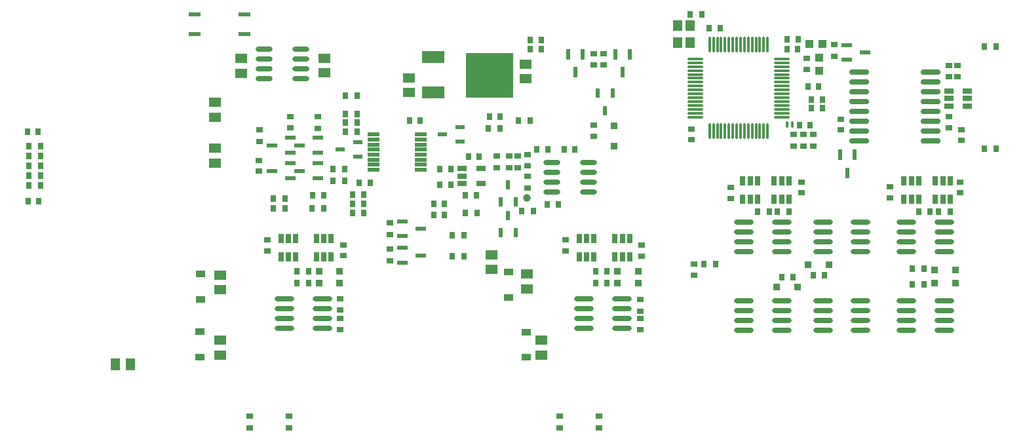
<source format=gtp>
G04*
G04 #@! TF.GenerationSoftware,Altium Limited,Altium Designer,21.6.1 (37)*
G04*
G04 Layer_Color=8421504*
%FSLAX25Y25*%
%MOIN*%
G70*
G04*
G04 #@! TF.SameCoordinates,E8E7377F-12F3-41F2-B4DA-774CBFF52AF4*
G04*
G04*
G04 #@! TF.FilePolarity,Positive*
G04*
G01*
G75*
%ADD26R,0.05709X0.02362*%
%ADD27R,0.03543X0.02756*%
%ADD28R,0.03543X0.03150*%
%ADD29R,0.03150X0.03543*%
%ADD30O,0.08268X0.01181*%
%ADD31R,0.02756X0.03543*%
G04:AMPARAMS|DCode=32|XSize=17.72mil|YSize=62.99mil|CornerRadius=1.95mil|HoleSize=0mil|Usage=FLASHONLY|Rotation=90.000|XOffset=0mil|YOffset=0mil|HoleType=Round|Shape=RoundedRectangle|*
%AMROUNDEDRECTD32*
21,1,0.01772,0.05909,0,0,90.0*
21,1,0.01382,0.06299,0,0,90.0*
1,1,0.00390,0.02955,0.00691*
1,1,0.00390,0.02955,-0.00691*
1,1,0.00390,-0.02955,-0.00691*
1,1,0.00390,-0.02955,0.00691*
%
%ADD32ROUNDEDRECTD32*%
%ADD33R,0.02362X0.04528*%
%ADD34R,0.03543X0.03543*%
%ADD35O,0.01181X0.03937*%
%ADD36R,0.05906X0.05118*%
%ADD37R,0.03937X0.04331*%
%ADD38R,0.04331X0.03937*%
%ADD39O,0.01181X0.08268*%
%ADD40R,0.04724X0.05512*%
%ADD41R,0.02756X0.05118*%
%ADD42O,0.10236X0.02756*%
%ADD43R,0.05118X0.02756*%
%ADD44O,0.08661X0.02362*%
%ADD45R,0.05118X0.05906*%
%ADD46R,0.04800X0.03600*%
%ADD47C,0.03937*%
%ADD48R,0.04528X0.02362*%
%ADD49R,0.02362X0.05709*%
%ADD50R,0.03543X0.03543*%
%ADD51R,0.24410X0.22835*%
%ADD52R,0.11811X0.06299*%
%ADD53O,0.09843X0.02756*%
%ADD54R,0.05906X0.02362*%
D26*
X188672Y172246D02*
D03*
X202672Y172246D02*
D03*
X188672Y159246D02*
D03*
X202672Y159246D02*
D03*
X480926Y215800D02*
D03*
X471674Y212060D02*
D03*
X471674Y219540D02*
D03*
X255025Y112500D02*
D03*
X245773Y108760D02*
D03*
X245773Y116240D02*
D03*
X255025Y126100D02*
D03*
X245773Y122360D02*
D03*
X245773Y129840D02*
D03*
X193420Y155506D02*
D03*
X202672Y151765D02*
D03*
X179420Y155506D02*
D03*
X188672Y151765D02*
D03*
X193420Y168506D02*
D03*
X202672Y164765D02*
D03*
X179420Y168506D02*
D03*
X188672Y164765D02*
D03*
D27*
X172900Y170347D02*
D03*
X202500Y182953D02*
D03*
X188500Y183153D02*
D03*
X343093Y215167D02*
D03*
X343093Y209261D02*
D03*
X348093Y215167D02*
D03*
X348093Y209261D02*
D03*
X304400Y163051D02*
D03*
X304400Y157146D02*
D03*
X366546Y84053D02*
D03*
X366546Y89958D02*
D03*
X465300Y219553D02*
D03*
X465300Y213647D02*
D03*
X214046Y84553D02*
D03*
X214046Y90458D02*
D03*
X188093Y30667D02*
D03*
X188093Y24761D02*
D03*
X345593Y30667D02*
D03*
X345593Y24761D02*
D03*
X325593Y24761D02*
D03*
X325593Y30667D02*
D03*
X168093Y30667D02*
D03*
X168093Y24761D02*
D03*
X449495Y174053D02*
D03*
X449495Y168147D02*
D03*
X454600Y174034D02*
D03*
X454600Y168128D02*
D03*
X444500Y174053D02*
D03*
X444500Y168147D02*
D03*
X309293Y152667D02*
D03*
X309293Y146761D02*
D03*
X523593Y209167D02*
D03*
X523593Y203261D02*
D03*
X528093Y209167D02*
D03*
X528093Y203261D02*
D03*
X188500Y177247D02*
D03*
X394000Y108134D02*
D03*
X394000Y102228D02*
D03*
X239400Y109747D02*
D03*
X239400Y115653D02*
D03*
X239300Y123047D02*
D03*
X239300Y128953D02*
D03*
X214046Y74553D02*
D03*
X214046Y80458D02*
D03*
X366546Y74553D02*
D03*
X366546Y80458D02*
D03*
X202500Y177047D02*
D03*
X299900Y157146D02*
D03*
X299900Y163051D02*
D03*
X293700Y163051D02*
D03*
X293700Y157146D02*
D03*
X172900Y176253D02*
D03*
D28*
X172700Y160856D02*
D03*
X342900Y173044D02*
D03*
X342900Y178556D02*
D03*
X392800Y176737D02*
D03*
X392800Y171225D02*
D03*
X468546Y181761D02*
D03*
X468546Y176250D02*
D03*
X523593Y182970D02*
D03*
X523593Y177458D02*
D03*
X530093Y170958D02*
D03*
X530093Y176470D02*
D03*
X529400Y144344D02*
D03*
X529400Y149856D02*
D03*
X493700Y147356D02*
D03*
X493700Y141844D02*
D03*
X448600Y144244D02*
D03*
X448600Y149756D02*
D03*
X412600Y146956D02*
D03*
X412600Y141444D02*
D03*
X451400Y207044D02*
D03*
X451400Y212556D02*
D03*
X172700Y155344D02*
D03*
X309200Y163556D02*
D03*
X309200Y158044D02*
D03*
X328740Y114844D02*
D03*
X328740Y120356D02*
D03*
X176969Y114844D02*
D03*
X176969Y120356D02*
D03*
X367323Y117702D02*
D03*
X367323Y112190D02*
D03*
X215551Y117797D02*
D03*
X215551Y112285D02*
D03*
D29*
X451839Y198214D02*
D03*
X441344Y222400D02*
D03*
X446856Y222400D02*
D03*
X457350Y198214D02*
D03*
X407256Y228181D02*
D03*
X401744Y228181D02*
D03*
X441244Y217300D02*
D03*
X446756Y217300D02*
D03*
X447544Y178700D02*
D03*
X453056Y178700D02*
D03*
X289944Y183000D02*
D03*
X295456Y183000D02*
D03*
X54943Y175505D02*
D03*
X60455Y175505D02*
D03*
X55290Y140006D02*
D03*
X60802Y140006D02*
D03*
X229302Y149505D02*
D03*
X223790Y149505D02*
D03*
X249244Y181000D02*
D03*
X254756Y181000D02*
D03*
X261544Y138700D02*
D03*
X267056Y138700D02*
D03*
X324879Y138214D02*
D03*
X319367Y138214D02*
D03*
X327944Y166500D02*
D03*
X333456Y166500D02*
D03*
X279144Y162800D02*
D03*
X284656Y162800D02*
D03*
X283156Y143100D02*
D03*
X277644Y143100D02*
D03*
X261544Y132900D02*
D03*
X267056Y132900D02*
D03*
D30*
X438689Y194681D02*
D03*
X438689Y196650D02*
D03*
X438689Y204524D02*
D03*
X438689Y202555D02*
D03*
X438689Y198618D02*
D03*
X394595Y182870D02*
D03*
X394595Y184839D02*
D03*
X394595Y186807D02*
D03*
X394595Y188776D02*
D03*
X394595Y190744D02*
D03*
X394595Y192713D02*
D03*
X394595Y194681D02*
D03*
X394595Y196650D02*
D03*
X394595Y198618D02*
D03*
X394595Y200587D02*
D03*
X394595Y202555D02*
D03*
X394595Y204524D02*
D03*
X394595Y206492D02*
D03*
X394595Y208461D02*
D03*
X394595Y210429D02*
D03*
X394595Y212398D02*
D03*
X438689Y212398D02*
D03*
X438689Y210429D02*
D03*
X438689Y208461D02*
D03*
X438689Y206492D02*
D03*
X438689Y200587D02*
D03*
X438689Y192713D02*
D03*
X438689Y190744D02*
D03*
X438689Y188776D02*
D03*
X438689Y186807D02*
D03*
X438689Y184839D02*
D03*
X438689Y182870D02*
D03*
D31*
X216595Y180006D02*
D03*
X216595Y184505D02*
D03*
X222500Y180006D02*
D03*
X222500Y184505D02*
D03*
X216253Y150400D02*
D03*
X220146Y143300D02*
D03*
X310653Y181200D02*
D03*
X319753Y166500D02*
D03*
X304747Y181200D02*
D03*
X283553Y134100D02*
D03*
X277647Y134100D02*
D03*
X264547Y148400D02*
D03*
X270453Y148400D02*
D03*
X313847Y166500D02*
D03*
X397953Y235181D02*
D03*
X392047Y235181D02*
D03*
X399047Y108000D02*
D03*
X404953Y108000D02*
D03*
X61498Y163005D02*
D03*
X55593Y163005D02*
D03*
X61498Y153006D02*
D03*
X55593Y153006D02*
D03*
X198031Y104529D02*
D03*
X192126Y104529D02*
D03*
X310493Y222006D02*
D03*
X316398Y222006D02*
D03*
X310493Y217506D02*
D03*
X316398Y217506D02*
D03*
X453540Y187214D02*
D03*
X459446Y187214D02*
D03*
X453540Y191714D02*
D03*
X459446Y191714D02*
D03*
X541790Y218714D02*
D03*
X547695Y218714D02*
D03*
X547695Y166714D02*
D03*
X541790Y166714D02*
D03*
X61498Y158005D02*
D03*
X55593Y158005D02*
D03*
X205753Y143200D02*
D03*
X199847Y143200D02*
D03*
X55593Y168006D02*
D03*
X61498Y168006D02*
D03*
X55593Y148005D02*
D03*
X61498Y148005D02*
D03*
X276969Y111900D02*
D03*
X271063Y111900D02*
D03*
X276969Y122800D02*
D03*
X271063Y122800D02*
D03*
X264547Y156500D02*
D03*
X270453Y156500D02*
D03*
X198031Y98506D02*
D03*
X192126Y98506D02*
D03*
X226051Y143300D02*
D03*
X210347Y150400D02*
D03*
X306323Y135181D02*
D03*
X312228Y135181D02*
D03*
X210393Y156506D02*
D03*
X216298Y156506D02*
D03*
X220146Y138800D02*
D03*
X226051Y138800D02*
D03*
X185998Y141506D02*
D03*
X180093Y141506D02*
D03*
X226051Y134005D02*
D03*
X220146Y134005D02*
D03*
X185998Y136505D02*
D03*
X180093Y136505D02*
D03*
X199593Y136505D02*
D03*
X205498Y136505D02*
D03*
X222500Y175500D02*
D03*
X216595Y175500D02*
D03*
X216595Y193700D02*
D03*
X222500Y193700D02*
D03*
X349803Y98506D02*
D03*
X343898Y98506D02*
D03*
X349803Y104529D02*
D03*
X343898Y104529D02*
D03*
X454547Y102500D02*
D03*
X460453Y102500D02*
D03*
X505047Y105618D02*
D03*
X510953Y105618D02*
D03*
X436347Y134700D02*
D03*
X442253Y134700D02*
D03*
X518347Y134700D02*
D03*
X524253Y134700D02*
D03*
X505047Y97744D02*
D03*
X510953Y97744D02*
D03*
X444453Y101500D02*
D03*
X438547Y101500D02*
D03*
X432153Y134700D02*
D03*
X426247Y134700D02*
D03*
X514053Y134700D02*
D03*
X508147Y134700D02*
D03*
X289347Y177000D02*
D03*
X295253Y177000D02*
D03*
D32*
X231038Y173962D02*
D03*
X255053Y163726D02*
D03*
X231038Y171403D02*
D03*
X255053Y171403D02*
D03*
X255053Y156049D02*
D03*
X255053Y158608D02*
D03*
X255053Y161167D02*
D03*
X255053Y166285D02*
D03*
X255053Y168844D02*
D03*
X255053Y173962D02*
D03*
X231038Y156049D02*
D03*
X231038Y158608D02*
D03*
X231038Y161167D02*
D03*
X231038Y163726D02*
D03*
X231038Y166285D02*
D03*
X231038Y168844D02*
D03*
D33*
X348800Y186071D02*
D03*
X345060Y194929D02*
D03*
X352540Y194929D02*
D03*
X299400Y148429D02*
D03*
X303140Y139571D02*
D03*
X295660Y139571D02*
D03*
X299400Y132829D02*
D03*
X303140Y123971D02*
D03*
X295660Y123971D02*
D03*
D34*
X353215Y178525D02*
D03*
X353215Y167895D02*
D03*
D35*
X441400Y179098D02*
D03*
X444100Y179098D02*
D03*
D36*
X163700Y205160D02*
D03*
X163700Y212640D02*
D03*
X249046Y195265D02*
D03*
X249046Y202746D02*
D03*
X206046Y205265D02*
D03*
X206046Y212746D02*
D03*
X308400Y202260D02*
D03*
X308400Y209740D02*
D03*
X150300Y166921D02*
D03*
X150300Y159441D02*
D03*
X150200Y190321D02*
D03*
X150200Y182841D02*
D03*
X291100Y112840D02*
D03*
X291100Y105360D02*
D03*
X153046Y94965D02*
D03*
X153046Y102446D02*
D03*
X309046Y95465D02*
D03*
X309046Y102946D02*
D03*
X153046Y69246D02*
D03*
X153046Y61765D02*
D03*
X316246Y69346D02*
D03*
X316246Y61865D02*
D03*
D37*
X457700Y213146D02*
D03*
X457700Y206453D02*
D03*
D38*
X452654Y219900D02*
D03*
X459346Y219900D02*
D03*
D39*
X431405Y175587D02*
D03*
X429437Y175587D02*
D03*
X427468Y175587D02*
D03*
X425500Y175587D02*
D03*
X423531Y175587D02*
D03*
X421563Y175587D02*
D03*
X419594Y175587D02*
D03*
X417626Y175587D02*
D03*
X415658Y175587D02*
D03*
X413689Y175587D02*
D03*
X411721Y175587D02*
D03*
X409752Y175587D02*
D03*
X407784Y175587D02*
D03*
X405815Y175587D02*
D03*
X403847Y175587D02*
D03*
X401878Y175587D02*
D03*
X401878Y219681D02*
D03*
X403847Y219681D02*
D03*
X405815Y219681D02*
D03*
X407784Y219681D02*
D03*
X409752Y219681D02*
D03*
X411721Y219681D02*
D03*
X413689Y219681D02*
D03*
X415658Y219681D02*
D03*
X417626Y219681D02*
D03*
X419594Y219681D02*
D03*
X421563Y219681D02*
D03*
X423531Y219681D02*
D03*
X425500Y219681D02*
D03*
X427468Y219681D02*
D03*
X429437Y219681D02*
D03*
X431405Y219681D02*
D03*
D40*
X391855Y220623D02*
D03*
X385556Y220623D02*
D03*
X385556Y229284D02*
D03*
X391855Y229284D02*
D03*
D41*
X183858Y121024D02*
D03*
X187598Y121024D02*
D03*
X191339Y121024D02*
D03*
X191339Y111575D02*
D03*
X187598Y111575D02*
D03*
X183858Y111575D02*
D03*
X201969Y121024D02*
D03*
X205709Y121024D02*
D03*
X209449Y121024D02*
D03*
X209449Y111575D02*
D03*
X205709Y111575D02*
D03*
X201969Y111575D02*
D03*
X353740Y121024D02*
D03*
X357480Y121024D02*
D03*
X361221Y121024D02*
D03*
X361221Y111575D02*
D03*
X357480Y111575D02*
D03*
X353740Y111575D02*
D03*
X335630Y121024D02*
D03*
X339370Y121024D02*
D03*
X343110Y121024D02*
D03*
X343110Y111575D02*
D03*
X339370Y111575D02*
D03*
X335630Y111575D02*
D03*
X516760Y150406D02*
D03*
X520500Y150406D02*
D03*
X524240Y150406D02*
D03*
X524240Y140957D02*
D03*
X520500Y140957D02*
D03*
X516760Y140957D02*
D03*
X418760Y150406D02*
D03*
X422500Y150406D02*
D03*
X426240Y150406D02*
D03*
X426240Y140957D02*
D03*
X422500Y140957D02*
D03*
X418760Y140957D02*
D03*
X500760Y150406D02*
D03*
X504500Y150406D02*
D03*
X508240Y150406D02*
D03*
X508240Y140957D02*
D03*
X504500Y140957D02*
D03*
X500760Y140957D02*
D03*
X434760Y150406D02*
D03*
X438500Y150406D02*
D03*
X442240Y150406D02*
D03*
X442240Y140957D02*
D03*
X438500Y140957D02*
D03*
X434760Y140957D02*
D03*
D42*
X477983Y205714D02*
D03*
X477983Y200714D02*
D03*
X477983Y195714D02*
D03*
X477983Y190714D02*
D03*
X477983Y185714D02*
D03*
X477983Y180714D02*
D03*
X477983Y175714D02*
D03*
X477983Y170714D02*
D03*
X514203Y205714D02*
D03*
X514203Y200714D02*
D03*
X514203Y195714D02*
D03*
X514203Y190714D02*
D03*
X514203Y185714D02*
D03*
X514203Y180714D02*
D03*
X514203Y175714D02*
D03*
X514203Y170714D02*
D03*
D43*
X523518Y188474D02*
D03*
X523518Y192214D02*
D03*
X523518Y195954D02*
D03*
X532967Y195954D02*
D03*
X532967Y192214D02*
D03*
X532967Y188474D02*
D03*
X276121Y156546D02*
D03*
X276121Y152805D02*
D03*
X276121Y149065D02*
D03*
X285570Y149065D02*
D03*
X285570Y156546D02*
D03*
D44*
X321574Y159714D02*
D03*
X321574Y154714D02*
D03*
X321574Y149714D02*
D03*
X321574Y144714D02*
D03*
X340472Y159714D02*
D03*
X340472Y154714D02*
D03*
X340472Y149714D02*
D03*
X340472Y144714D02*
D03*
X194043Y202406D02*
D03*
X194043Y207405D02*
D03*
X194043Y212405D02*
D03*
X194043Y217406D02*
D03*
X175146Y202406D02*
D03*
X175146Y207405D02*
D03*
X175146Y212405D02*
D03*
X175146Y217406D02*
D03*
D45*
X99805Y57006D02*
D03*
X107286Y57006D02*
D03*
D46*
X143046Y90056D02*
D03*
X143046Y102955D02*
D03*
X299546Y91056D02*
D03*
X299546Y103955D02*
D03*
X142546Y73655D02*
D03*
X142546Y60755D02*
D03*
X308500Y73450D02*
D03*
X308500Y60550D02*
D03*
D47*
X309098Y141700D02*
D03*
D48*
X214071Y166400D02*
D03*
X222929Y170140D02*
D03*
X222929Y162660D02*
D03*
X266042Y173960D02*
D03*
X274900Y177700D02*
D03*
X274900Y170220D02*
D03*
D49*
X333593Y205588D02*
D03*
X329853Y214840D02*
D03*
X337333Y214840D02*
D03*
X357593Y205588D02*
D03*
X353853Y214840D02*
D03*
X361333Y214840D02*
D03*
X472000Y154374D02*
D03*
X468260Y163626D02*
D03*
X475740Y163626D02*
D03*
D50*
X213790Y104514D02*
D03*
X203160Y104514D02*
D03*
X213790Y98490D02*
D03*
X203160Y98490D02*
D03*
X365561Y98490D02*
D03*
X354931Y98490D02*
D03*
X365561Y104514D02*
D03*
X354931Y104514D02*
D03*
X526825Y104985D02*
D03*
X516195Y104985D02*
D03*
X462525Y107785D02*
D03*
X451895Y107785D02*
D03*
X446625Y96385D02*
D03*
X435995Y96385D02*
D03*
X526825Y98485D02*
D03*
X516195Y98485D02*
D03*
D51*
X289876Y204006D02*
D03*
D52*
X261215Y213502D02*
D03*
X261215Y195509D02*
D03*
D53*
X204947Y75214D02*
D03*
X204947Y80214D02*
D03*
X204947Y85214D02*
D03*
X204947Y90214D02*
D03*
X185656Y75214D02*
D03*
X185656Y80214D02*
D03*
X185656Y85214D02*
D03*
X185656Y90214D02*
D03*
X357191Y75214D02*
D03*
X357191Y80214D02*
D03*
X357191Y85214D02*
D03*
X357191Y90214D02*
D03*
X337900Y75214D02*
D03*
X337900Y80214D02*
D03*
X337900Y85214D02*
D03*
X337900Y90214D02*
D03*
X459500Y129244D02*
D03*
X459500Y124244D02*
D03*
X459500Y119244D02*
D03*
X459500Y114244D02*
D03*
X478791Y129244D02*
D03*
X478791Y124244D02*
D03*
X478791Y119244D02*
D03*
X478791Y114244D02*
D03*
X521146Y114244D02*
D03*
X521146Y119244D02*
D03*
X521146Y124244D02*
D03*
X521146Y129244D02*
D03*
X501854Y114244D02*
D03*
X501854Y119244D02*
D03*
X501854Y124244D02*
D03*
X501854Y129244D02*
D03*
X459500Y89244D02*
D03*
X459500Y84244D02*
D03*
X459500Y79244D02*
D03*
X459500Y74244D02*
D03*
X478791Y89244D02*
D03*
X478791Y84244D02*
D03*
X478791Y79244D02*
D03*
X478791Y74244D02*
D03*
X521146Y74244D02*
D03*
X521146Y79244D02*
D03*
X521146Y84244D02*
D03*
X521146Y89244D02*
D03*
X501854Y74244D02*
D03*
X501854Y79244D02*
D03*
X501854Y84244D02*
D03*
X501854Y89244D02*
D03*
X438646Y114244D02*
D03*
X438646Y119244D02*
D03*
X438646Y124244D02*
D03*
X438646Y129244D02*
D03*
X419354Y114244D02*
D03*
X419354Y119244D02*
D03*
X419354Y124244D02*
D03*
X419354Y129244D02*
D03*
X438646Y74244D02*
D03*
X438646Y79244D02*
D03*
X438646Y84244D02*
D03*
X438646Y89244D02*
D03*
X419354Y74244D02*
D03*
X419354Y79244D02*
D03*
X419354Y84244D02*
D03*
X419354Y89244D02*
D03*
D54*
X165144Y225084D02*
D03*
X165144Y234927D02*
D03*
X139947Y234927D02*
D03*
X139947Y225084D02*
D03*
M02*

</source>
